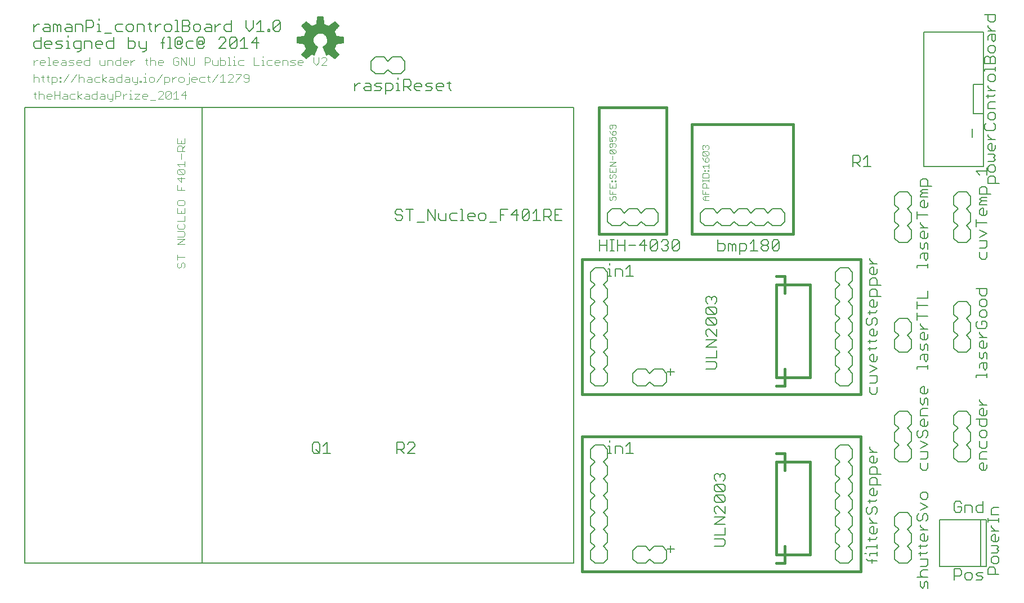
<source format=gto>
G75*
G70*
%OFA0B0*%
%FSLAX24Y24*%
%IPPOS*%
%LPD*%
%AMOC8*
5,1,8,0,0,1.08239X$1,22.5*
%
%ADD10C,0.0060*%
%ADD11C,0.0040*%
%ADD12C,0.0160*%
%ADD13C,0.0030*%
%ADD14C,0.0050*%
%ADD15C,0.0080*%
%ADD16C,0.0059*%
D10*
X018130Y008737D02*
X018237Y008630D01*
X018450Y008630D01*
X018557Y008737D01*
X018557Y009164D01*
X018450Y009271D01*
X018237Y009271D01*
X018130Y009164D01*
X018130Y008737D01*
X018344Y008844D02*
X018557Y008630D01*
X018775Y008630D02*
X019202Y008630D01*
X018988Y008630D02*
X018988Y009271D01*
X018775Y009057D01*
X023130Y008844D02*
X023450Y008844D01*
X023557Y008950D01*
X023557Y009164D01*
X023450Y009271D01*
X023130Y009271D01*
X023130Y008630D01*
X023344Y008844D02*
X023557Y008630D01*
X023775Y008630D02*
X024202Y009057D01*
X024202Y009164D01*
X024095Y009271D01*
X023881Y009271D01*
X023775Y009164D01*
X023775Y008630D02*
X024202Y008630D01*
X035630Y008630D02*
X035844Y008630D01*
X035737Y008630D02*
X035737Y009057D01*
X035630Y009057D01*
X035737Y009271D02*
X035737Y009377D01*
X036060Y009057D02*
X036380Y009057D01*
X036487Y008950D01*
X036487Y008630D01*
X036704Y008630D02*
X037131Y008630D01*
X036918Y008630D02*
X036918Y009271D01*
X036704Y009057D01*
X036060Y009057D02*
X036060Y008630D01*
X041929Y007318D02*
X041929Y007104D01*
X042036Y006997D01*
X042036Y006780D02*
X042463Y006353D01*
X042570Y006460D01*
X042570Y006673D01*
X042463Y006780D01*
X042036Y006780D01*
X041929Y006673D01*
X041929Y006460D01*
X042036Y006353D01*
X042463Y006353D01*
X042463Y006135D02*
X042570Y006028D01*
X042570Y005815D01*
X042463Y005708D01*
X042036Y006135D01*
X042463Y006135D01*
X042036Y006135D02*
X041929Y006028D01*
X041929Y005815D01*
X042036Y005708D01*
X042463Y005708D01*
X042570Y005491D02*
X042570Y005064D01*
X042143Y005491D01*
X042036Y005491D01*
X041929Y005384D01*
X041929Y005170D01*
X042036Y005064D01*
X041929Y004846D02*
X042570Y004846D01*
X041929Y004419D01*
X042570Y004419D01*
X042570Y004202D02*
X042570Y003775D01*
X041929Y003775D01*
X041929Y003557D02*
X042463Y003557D01*
X042570Y003450D01*
X042570Y003237D01*
X042463Y003130D01*
X041929Y003130D01*
X039557Y002950D02*
X039130Y002950D01*
X039344Y002737D02*
X039344Y003164D01*
X042463Y006997D02*
X042570Y007104D01*
X042570Y007318D01*
X042463Y007424D01*
X042356Y007424D01*
X042250Y007318D01*
X042250Y007211D01*
X042250Y007318D02*
X042143Y007424D01*
X042036Y007424D01*
X041929Y007318D01*
X050823Y002666D02*
X050929Y002666D01*
X051143Y002666D02*
X051570Y002666D01*
X051570Y002560D02*
X051570Y002773D01*
X051570Y002989D02*
X051570Y003203D01*
X051570Y003096D02*
X050929Y003096D01*
X050929Y002989D01*
X051143Y002666D02*
X051143Y002560D01*
X051250Y002344D02*
X051250Y002130D01*
X051036Y002237D02*
X050929Y002344D01*
X051036Y002237D02*
X051570Y002237D01*
X051143Y003419D02*
X051143Y003633D01*
X051036Y003526D02*
X051463Y003526D01*
X051570Y003633D01*
X051463Y003849D02*
X051570Y003956D01*
X051570Y004169D01*
X051356Y004276D02*
X051356Y003849D01*
X051250Y003849D02*
X051143Y003956D01*
X051143Y004169D01*
X051250Y004276D01*
X051356Y004276D01*
X051356Y004493D02*
X051143Y004707D01*
X051143Y004814D01*
X051143Y005030D02*
X051250Y005137D01*
X051250Y005351D01*
X051356Y005458D01*
X051463Y005458D01*
X051570Y005351D01*
X051570Y005137D01*
X051463Y005030D01*
X051143Y005030D02*
X051036Y005030D01*
X050929Y005137D01*
X050929Y005351D01*
X051036Y005458D01*
X051143Y005675D02*
X051143Y005889D01*
X051036Y005782D02*
X051463Y005782D01*
X051570Y005889D01*
X051463Y006105D02*
X051250Y006105D01*
X051143Y006211D01*
X051143Y006425D01*
X051250Y006532D01*
X051356Y006532D01*
X051356Y006105D01*
X051463Y006105D02*
X051570Y006211D01*
X051570Y006425D01*
X051570Y006749D02*
X051570Y007070D01*
X051463Y007176D01*
X051250Y007176D01*
X051143Y007070D01*
X051143Y006749D01*
X051784Y006749D01*
X051784Y007394D02*
X051143Y007394D01*
X051143Y007714D01*
X051250Y007821D01*
X051463Y007821D01*
X051570Y007714D01*
X051570Y007394D01*
X051463Y008038D02*
X051250Y008038D01*
X051143Y008145D01*
X051143Y008359D01*
X051250Y008465D01*
X051356Y008465D01*
X051356Y008038D01*
X051463Y008038D02*
X051570Y008145D01*
X051570Y008359D01*
X051570Y008683D02*
X051143Y008683D01*
X051356Y008683D02*
X051143Y008896D01*
X051143Y009003D01*
X053929Y009670D02*
X054036Y009564D01*
X054143Y009564D01*
X054250Y009670D01*
X054250Y009884D01*
X054356Y009991D01*
X054463Y009991D01*
X054570Y009884D01*
X054570Y009670D01*
X054463Y009564D01*
X054143Y009346D02*
X054570Y009133D01*
X054143Y008919D01*
X054143Y008702D02*
X054570Y008702D01*
X054570Y008381D01*
X054463Y008275D01*
X054143Y008275D01*
X054143Y008057D02*
X054143Y007737D01*
X054250Y007630D01*
X054463Y007630D01*
X054570Y007737D01*
X054570Y008057D01*
X053929Y009670D02*
X053929Y009884D01*
X054036Y009991D01*
X054250Y010208D02*
X054143Y010315D01*
X054143Y010528D01*
X054250Y010635D01*
X054356Y010635D01*
X054356Y010208D01*
X054250Y010208D02*
X054463Y010208D01*
X054570Y010315D01*
X054570Y010528D01*
X054570Y010853D02*
X054143Y010853D01*
X054143Y011173D01*
X054250Y011280D01*
X054570Y011280D01*
X054570Y011497D02*
X054570Y011818D01*
X054463Y011924D01*
X054356Y011818D01*
X054356Y011604D01*
X054250Y011497D01*
X054143Y011604D01*
X054143Y011924D01*
X054250Y012142D02*
X054143Y012249D01*
X054143Y012462D01*
X054250Y012569D01*
X054356Y012569D01*
X054356Y012142D01*
X054250Y012142D02*
X054463Y012142D01*
X054570Y012249D01*
X054570Y012462D01*
X054570Y013630D02*
X054570Y013844D01*
X054570Y013737D02*
X053929Y013737D01*
X053929Y013630D01*
X054143Y014166D02*
X054143Y014380D01*
X054250Y014487D01*
X054570Y014487D01*
X054570Y014166D01*
X054463Y014060D01*
X054356Y014166D01*
X054356Y014487D01*
X054250Y014704D02*
X054143Y014811D01*
X054143Y015131D01*
X054356Y015025D02*
X054356Y014811D01*
X054250Y014704D01*
X054570Y014704D02*
X054570Y015025D01*
X054463Y015131D01*
X054356Y015025D01*
X054356Y015349D02*
X054356Y015776D01*
X054250Y015776D01*
X054143Y015669D01*
X054143Y015456D01*
X054250Y015349D01*
X054463Y015349D01*
X054570Y015456D01*
X054570Y015669D01*
X054570Y015993D02*
X054143Y015993D01*
X054356Y015993D02*
X054143Y016207D01*
X054143Y016314D01*
X053929Y016530D02*
X053929Y016958D01*
X053929Y016744D02*
X054570Y016744D01*
X054570Y017389D02*
X053929Y017389D01*
X053929Y017602D02*
X053929Y017175D01*
X053929Y017820D02*
X054570Y017820D01*
X054570Y018247D01*
X054570Y019630D02*
X054570Y019844D01*
X054570Y019737D02*
X053929Y019737D01*
X053929Y019630D01*
X054143Y020166D02*
X054143Y020380D01*
X054250Y020487D01*
X054570Y020487D01*
X054570Y020166D01*
X054463Y020060D01*
X054356Y020166D01*
X054356Y020487D01*
X054250Y020704D02*
X054143Y020811D01*
X054143Y021131D01*
X054356Y021025D02*
X054356Y020811D01*
X054250Y020704D01*
X054570Y020704D02*
X054570Y021025D01*
X054463Y021131D01*
X054356Y021025D01*
X054356Y021349D02*
X054356Y021776D01*
X054250Y021776D01*
X054143Y021669D01*
X054143Y021456D01*
X054250Y021349D01*
X054463Y021349D01*
X054570Y021456D01*
X054570Y021669D01*
X054570Y021993D02*
X054143Y021993D01*
X054356Y021993D02*
X054143Y022207D01*
X054143Y022314D01*
X053929Y022530D02*
X053929Y022958D01*
X053929Y022744D02*
X054570Y022744D01*
X054463Y023175D02*
X054250Y023175D01*
X054143Y023282D01*
X054143Y023495D01*
X054250Y023602D01*
X054356Y023602D01*
X054356Y023175D01*
X054463Y023175D02*
X054570Y023282D01*
X054570Y023495D01*
X054570Y023820D02*
X054143Y023820D01*
X054143Y023926D01*
X054250Y024033D01*
X054143Y024140D01*
X054250Y024247D01*
X054570Y024247D01*
X054570Y024033D02*
X054250Y024033D01*
X054143Y024464D02*
X054143Y024784D01*
X054250Y024891D01*
X054463Y024891D01*
X054570Y024784D01*
X054570Y024464D01*
X054784Y024464D02*
X054143Y024464D01*
X051202Y025630D02*
X050775Y025630D01*
X050988Y025630D02*
X050988Y026271D01*
X050775Y026057D01*
X050557Y026164D02*
X050557Y025950D01*
X050450Y025844D01*
X050130Y025844D01*
X050344Y025844D02*
X050557Y025630D01*
X050130Y025630D02*
X050130Y026271D01*
X050450Y026271D01*
X050557Y026164D01*
X057429Y025344D02*
X057643Y025130D01*
X057429Y025344D02*
X058070Y025344D01*
X058143Y025381D02*
X058250Y025275D01*
X058463Y025275D01*
X058570Y025381D01*
X058570Y025595D01*
X058463Y025702D01*
X058250Y025702D01*
X058143Y025595D01*
X058143Y025381D01*
X058070Y025557D02*
X058070Y025130D01*
X058250Y025057D02*
X058463Y025057D01*
X058570Y024950D01*
X058570Y024630D01*
X058784Y024630D02*
X058143Y024630D01*
X058143Y024950D01*
X058250Y025057D01*
X057963Y024424D02*
X058070Y024318D01*
X058070Y023997D01*
X058284Y023997D02*
X057643Y023997D01*
X057643Y024318D01*
X057750Y024424D01*
X057963Y024424D01*
X058070Y023780D02*
X057750Y023780D01*
X057643Y023673D01*
X057750Y023566D01*
X058070Y023566D01*
X058070Y023353D02*
X057643Y023353D01*
X057643Y023460D01*
X057750Y023566D01*
X057750Y023135D02*
X057856Y023135D01*
X057856Y022708D01*
X057750Y022708D02*
X057643Y022815D01*
X057643Y023028D01*
X057750Y023135D01*
X058070Y023028D02*
X058070Y022815D01*
X057963Y022708D01*
X057750Y022708D01*
X057429Y022491D02*
X057429Y022064D01*
X057429Y022277D02*
X058070Y022277D01*
X057643Y021846D02*
X058070Y021633D01*
X057643Y021419D01*
X057643Y021202D02*
X058070Y021202D01*
X058070Y020881D01*
X057963Y020775D01*
X057643Y020775D01*
X057643Y020557D02*
X057643Y020237D01*
X057750Y020130D01*
X057963Y020130D01*
X058070Y020237D01*
X058070Y020557D01*
X058070Y018391D02*
X057429Y018391D01*
X057643Y018391D02*
X057643Y018071D01*
X057750Y017964D01*
X057963Y017964D01*
X058070Y018071D01*
X058070Y018391D01*
X057963Y017747D02*
X057750Y017747D01*
X057643Y017640D01*
X057643Y017426D01*
X057750Y017320D01*
X057963Y017320D01*
X058070Y017426D01*
X058070Y017640D01*
X057963Y017747D01*
X057963Y017102D02*
X057750Y017102D01*
X057643Y016995D01*
X057643Y016782D01*
X057750Y016675D01*
X057963Y016675D01*
X058070Y016782D01*
X058070Y016995D01*
X057963Y017102D01*
X057963Y016458D02*
X057750Y016458D01*
X057750Y016244D01*
X057963Y016458D02*
X058070Y016351D01*
X058070Y016137D01*
X057963Y016030D01*
X057536Y016030D01*
X057429Y016137D01*
X057429Y016351D01*
X057536Y016458D01*
X057643Y015814D02*
X057643Y015707D01*
X057856Y015493D01*
X057643Y015493D02*
X058070Y015493D01*
X057856Y015276D02*
X057856Y014849D01*
X057750Y014849D02*
X057643Y014956D01*
X057643Y015169D01*
X057750Y015276D01*
X057856Y015276D01*
X058070Y015169D02*
X058070Y014956D01*
X057963Y014849D01*
X057750Y014849D01*
X057643Y014631D02*
X057643Y014311D01*
X057750Y014204D01*
X057856Y014311D01*
X057856Y014525D01*
X057963Y014631D01*
X058070Y014525D01*
X058070Y014204D01*
X058070Y013987D02*
X058070Y013666D01*
X057963Y013560D01*
X057856Y013666D01*
X057856Y013987D01*
X057750Y013987D02*
X058070Y013987D01*
X057750Y013987D02*
X057643Y013880D01*
X057643Y013666D01*
X057429Y013237D02*
X058070Y013237D01*
X058070Y013130D02*
X058070Y013344D01*
X057429Y013237D02*
X057429Y013130D01*
X057643Y011818D02*
X057643Y011711D01*
X057856Y011497D01*
X057643Y011497D02*
X058070Y011497D01*
X057856Y011280D02*
X057856Y010853D01*
X057750Y010853D02*
X057643Y010960D01*
X057643Y011173D01*
X057750Y011280D01*
X057856Y011280D01*
X058070Y011173D02*
X058070Y010960D01*
X057963Y010853D01*
X057750Y010853D01*
X057643Y010635D02*
X057643Y010315D01*
X057750Y010208D01*
X057963Y010208D01*
X058070Y010315D01*
X058070Y010635D01*
X057429Y010635D01*
X057750Y009991D02*
X057643Y009884D01*
X057643Y009670D01*
X057750Y009564D01*
X057963Y009564D01*
X058070Y009670D01*
X058070Y009884D01*
X057963Y009991D01*
X057750Y009991D01*
X057643Y009346D02*
X057643Y009026D01*
X057750Y008919D01*
X057963Y008919D01*
X058070Y009026D01*
X058070Y009346D01*
X058070Y008702D02*
X057750Y008702D01*
X057643Y008595D01*
X057643Y008275D01*
X058070Y008275D01*
X057856Y008057D02*
X057856Y007630D01*
X057750Y007630D02*
X057643Y007737D01*
X057643Y007950D01*
X057750Y008057D01*
X057856Y008057D01*
X058070Y007950D02*
X058070Y007737D01*
X057963Y007630D01*
X057750Y007630D01*
X057846Y005771D02*
X057846Y005130D01*
X057526Y005130D01*
X057419Y005237D01*
X057419Y005450D01*
X057526Y005557D01*
X057846Y005557D01*
X058343Y005306D02*
X058450Y005412D01*
X058770Y005412D01*
X058770Y004985D02*
X058343Y004985D01*
X058343Y005306D01*
X058129Y004769D02*
X058129Y004556D01*
X058129Y004663D02*
X058770Y004663D01*
X058770Y004769D02*
X058770Y004556D01*
X058343Y004339D02*
X058343Y004232D01*
X058556Y004019D01*
X058343Y004019D02*
X058770Y004019D01*
X058556Y003801D02*
X058556Y003374D01*
X058450Y003374D02*
X058343Y003481D01*
X058343Y003694D01*
X058450Y003801D01*
X058556Y003801D01*
X058770Y003694D02*
X058770Y003481D01*
X058663Y003374D01*
X058450Y003374D01*
X058343Y003157D02*
X058663Y003157D01*
X058770Y003050D01*
X058663Y002943D01*
X058770Y002836D01*
X058663Y002730D01*
X058343Y002730D01*
X058450Y002512D02*
X058343Y002405D01*
X058343Y002192D01*
X058450Y002085D01*
X058663Y002085D01*
X058770Y002192D01*
X058770Y002405D01*
X058663Y002512D01*
X058450Y002512D01*
X058450Y001867D02*
X058556Y001761D01*
X058556Y001440D01*
X058770Y001440D02*
X058129Y001440D01*
X058129Y001761D01*
X058236Y001867D01*
X058450Y001867D01*
X057846Y001557D02*
X057526Y001557D01*
X057419Y001450D01*
X057526Y001344D01*
X057739Y001344D01*
X057846Y001237D01*
X057739Y001130D01*
X057419Y001130D01*
X057202Y001237D02*
X057202Y001450D01*
X057095Y001557D01*
X056881Y001557D01*
X056775Y001450D01*
X056775Y001237D01*
X056881Y001130D01*
X057095Y001130D01*
X057202Y001237D01*
X056557Y001450D02*
X056450Y001344D01*
X056130Y001344D01*
X056130Y001130D02*
X056130Y001771D01*
X056450Y001771D01*
X056557Y001664D01*
X056557Y001450D01*
X054570Y001275D02*
X053929Y001275D01*
X054143Y001381D02*
X054143Y001595D01*
X054250Y001702D01*
X054570Y001702D01*
X054463Y001919D02*
X054143Y001919D01*
X054463Y001919D02*
X054570Y002026D01*
X054570Y002346D01*
X054143Y002346D01*
X054143Y002564D02*
X054143Y002777D01*
X054036Y002670D02*
X054463Y002670D01*
X054570Y002777D01*
X054463Y003100D02*
X054036Y003100D01*
X054143Y002993D02*
X054143Y003207D01*
X054250Y003423D02*
X054143Y003530D01*
X054143Y003743D01*
X054250Y003850D01*
X054356Y003850D01*
X054356Y003423D01*
X054250Y003423D02*
X054463Y003423D01*
X054570Y003530D01*
X054570Y003743D01*
X054570Y004068D02*
X054143Y004068D01*
X054356Y004068D02*
X054143Y004281D01*
X054143Y004388D01*
X054143Y004605D02*
X054250Y004711D01*
X054250Y004925D01*
X054356Y005032D01*
X054463Y005032D01*
X054570Y004925D01*
X054570Y004711D01*
X054463Y004605D01*
X054143Y004605D02*
X054036Y004605D01*
X053929Y004711D01*
X053929Y004925D01*
X054036Y005032D01*
X054143Y005249D02*
X054570Y005463D01*
X054143Y005676D01*
X054250Y005894D02*
X054463Y005894D01*
X054570Y006001D01*
X054570Y006214D01*
X054463Y006321D01*
X054250Y006321D01*
X054143Y006214D01*
X054143Y006001D01*
X054250Y005894D01*
X056130Y005664D02*
X056130Y005237D01*
X056237Y005130D01*
X056450Y005130D01*
X056557Y005237D01*
X056557Y005450D01*
X056344Y005450D01*
X056557Y005664D02*
X056450Y005771D01*
X056237Y005771D01*
X056130Y005664D01*
X056775Y005557D02*
X056775Y005130D01*
X057202Y005130D02*
X057202Y005450D01*
X057095Y005557D01*
X056775Y005557D01*
X054570Y003207D02*
X054463Y003100D01*
X054143Y001381D02*
X054250Y001275D01*
X054143Y001057D02*
X054143Y000737D01*
X054250Y000630D01*
X054356Y000737D01*
X054356Y000950D01*
X054463Y001057D01*
X054570Y000950D01*
X054570Y000630D01*
X051463Y003849D02*
X051250Y003849D01*
X051143Y004493D02*
X051570Y004493D01*
X051463Y012130D02*
X051570Y012237D01*
X051570Y012557D01*
X051463Y012775D02*
X051570Y012881D01*
X051570Y013202D01*
X051143Y013202D01*
X051143Y013419D02*
X051570Y013633D01*
X051143Y013846D01*
X051250Y014064D02*
X051143Y014170D01*
X051143Y014384D01*
X051250Y014491D01*
X051356Y014491D01*
X051356Y014064D01*
X051250Y014064D02*
X051463Y014064D01*
X051570Y014170D01*
X051570Y014384D01*
X051463Y014815D02*
X051570Y014922D01*
X051463Y014815D02*
X051036Y014815D01*
X051143Y014708D02*
X051143Y014922D01*
X051143Y015138D02*
X051143Y015351D01*
X051036Y015245D02*
X051463Y015245D01*
X051570Y015351D01*
X051463Y015568D02*
X051570Y015674D01*
X051570Y015888D01*
X051356Y015995D02*
X051356Y015568D01*
X051250Y015568D02*
X051143Y015674D01*
X051143Y015888D01*
X051250Y015995D01*
X051356Y015995D01*
X051463Y016212D02*
X051570Y016319D01*
X051570Y016532D01*
X051463Y016639D01*
X051356Y016639D01*
X051250Y016532D01*
X051250Y016319D01*
X051143Y016212D01*
X051036Y016212D01*
X050929Y016319D01*
X050929Y016532D01*
X051036Y016639D01*
X051143Y016857D02*
X051143Y017070D01*
X051036Y016963D02*
X051463Y016963D01*
X051570Y017070D01*
X051463Y017286D02*
X051250Y017286D01*
X051143Y017393D01*
X051143Y017607D01*
X051250Y017713D01*
X051356Y017713D01*
X051356Y017286D01*
X051463Y017286D02*
X051570Y017393D01*
X051570Y017607D01*
X051570Y017931D02*
X051570Y018251D01*
X051463Y018358D01*
X051250Y018358D01*
X051143Y018251D01*
X051143Y017931D01*
X051784Y017931D01*
X051784Y018575D02*
X051143Y018575D01*
X051143Y018896D01*
X051250Y019003D01*
X051463Y019003D01*
X051570Y018896D01*
X051570Y018575D01*
X051463Y019220D02*
X051250Y019220D01*
X051143Y019327D01*
X051143Y019540D01*
X051250Y019647D01*
X051356Y019647D01*
X051356Y019220D01*
X051463Y019220D02*
X051570Y019327D01*
X051570Y019540D01*
X051570Y019865D02*
X051143Y019865D01*
X051356Y019865D02*
X051143Y020078D01*
X051143Y020185D01*
X045780Y020737D02*
X045673Y020630D01*
X045460Y020630D01*
X045353Y020737D01*
X045780Y021164D01*
X045780Y020737D01*
X045780Y021164D02*
X045673Y021271D01*
X045460Y021271D01*
X045353Y021164D01*
X045353Y020737D01*
X045135Y020737D02*
X045028Y020630D01*
X044815Y020630D01*
X044708Y020737D01*
X044708Y020844D01*
X044815Y020950D01*
X045028Y020950D01*
X045135Y020844D01*
X045135Y020737D01*
X045028Y020950D02*
X045135Y021057D01*
X045135Y021164D01*
X045028Y021271D01*
X044815Y021271D01*
X044708Y021164D01*
X044708Y021057D01*
X044815Y020950D01*
X044491Y020630D02*
X044064Y020630D01*
X044277Y020630D02*
X044277Y021271D01*
X044064Y021057D01*
X043846Y020950D02*
X043846Y020737D01*
X043739Y020630D01*
X043419Y020630D01*
X043419Y020416D02*
X043419Y021057D01*
X043739Y021057D01*
X043846Y020950D01*
X043202Y020950D02*
X043202Y020630D01*
X042988Y020630D02*
X042988Y020950D01*
X043095Y021057D01*
X043202Y020950D01*
X042988Y020950D02*
X042881Y021057D01*
X042775Y021057D01*
X042775Y020630D01*
X042557Y020737D02*
X042557Y020950D01*
X042450Y021057D01*
X042130Y021057D01*
X042130Y021271D02*
X042130Y020630D01*
X042450Y020630D01*
X042557Y020737D01*
X039854Y020737D02*
X039747Y020630D01*
X039534Y020630D01*
X039427Y020737D01*
X039854Y021164D01*
X039854Y020737D01*
X039854Y021164D02*
X039747Y021271D01*
X039534Y021271D01*
X039427Y021164D01*
X039427Y020737D01*
X039209Y020737D02*
X039103Y020630D01*
X038889Y020630D01*
X038782Y020737D01*
X038565Y020737D02*
X038458Y020630D01*
X038245Y020630D01*
X038138Y020737D01*
X038565Y021164D01*
X038565Y020737D01*
X038565Y021164D02*
X038458Y021271D01*
X038245Y021271D01*
X038138Y021164D01*
X038138Y020737D01*
X037920Y020950D02*
X037493Y020950D01*
X037814Y021271D01*
X037814Y020630D01*
X037276Y020950D02*
X036849Y020950D01*
X036631Y020950D02*
X036204Y020950D01*
X036204Y020630D02*
X036204Y021271D01*
X035988Y021271D02*
X035775Y021271D01*
X035881Y021271D02*
X035881Y020630D01*
X035775Y020630D02*
X035988Y020630D01*
X035557Y020630D02*
X035557Y021271D01*
X035557Y020950D02*
X035130Y020950D01*
X035130Y020630D02*
X035130Y021271D01*
X036631Y021271D02*
X036631Y020630D01*
X036918Y019771D02*
X036918Y019130D01*
X037131Y019130D02*
X036704Y019130D01*
X036487Y019130D02*
X036487Y019450D01*
X036380Y019557D01*
X036060Y019557D01*
X036060Y019130D01*
X035844Y019130D02*
X035630Y019130D01*
X035737Y019130D02*
X035737Y019557D01*
X035630Y019557D01*
X035737Y019771D02*
X035737Y019877D01*
X036704Y019557D02*
X036918Y019771D01*
X038996Y020950D02*
X039103Y020950D01*
X039209Y020844D01*
X039209Y020737D01*
X039103Y020950D02*
X039209Y021057D01*
X039209Y021164D01*
X039103Y021271D01*
X038889Y021271D01*
X038782Y021164D01*
X041536Y017924D02*
X041429Y017818D01*
X041429Y017604D01*
X041536Y017497D01*
X041536Y017280D02*
X041429Y017173D01*
X041429Y016960D01*
X041536Y016853D01*
X041963Y016853D01*
X041536Y017280D01*
X041963Y017280D01*
X042070Y017173D01*
X042070Y016960D01*
X041963Y016853D01*
X041963Y016635D02*
X042070Y016528D01*
X042070Y016315D01*
X041963Y016208D01*
X041536Y016635D01*
X041963Y016635D01*
X041536Y016635D02*
X041429Y016528D01*
X041429Y016315D01*
X041536Y016208D01*
X041963Y016208D01*
X042070Y015991D02*
X042070Y015564D01*
X041643Y015991D01*
X041536Y015991D01*
X041429Y015884D01*
X041429Y015670D01*
X041536Y015564D01*
X041429Y015346D02*
X042070Y015346D01*
X041429Y014919D01*
X042070Y014919D01*
X042070Y014702D02*
X042070Y014275D01*
X041429Y014275D01*
X041429Y014057D02*
X041963Y014057D01*
X042070Y013950D01*
X042070Y013737D01*
X041963Y013630D01*
X041429Y013630D01*
X039557Y013450D02*
X039130Y013450D01*
X039344Y013237D02*
X039344Y013664D01*
X041963Y017497D02*
X042070Y017604D01*
X042070Y017818D01*
X041963Y017924D01*
X041856Y017924D01*
X041750Y017818D01*
X041750Y017711D01*
X041750Y017818D02*
X041643Y017924D01*
X041536Y017924D01*
X032912Y022430D02*
X032485Y022430D01*
X032485Y023071D01*
X032912Y023071D01*
X032699Y022750D02*
X032485Y022750D01*
X032268Y022750D02*
X032161Y022644D01*
X031841Y022644D01*
X032054Y022644D02*
X032268Y022430D01*
X032268Y022750D02*
X032268Y022964D01*
X032161Y023071D01*
X031841Y023071D01*
X031841Y022430D01*
X031623Y022430D02*
X031196Y022430D01*
X031410Y022430D02*
X031410Y023071D01*
X031196Y022857D01*
X030979Y022964D02*
X030552Y022537D01*
X030659Y022430D01*
X030872Y022430D01*
X030979Y022537D01*
X030979Y022964D01*
X030872Y023071D01*
X030659Y023071D01*
X030552Y022964D01*
X030552Y022537D01*
X030334Y022750D02*
X029907Y022750D01*
X030228Y023071D01*
X030228Y022430D01*
X029690Y023071D02*
X029263Y023071D01*
X029263Y022430D01*
X029045Y022323D02*
X028618Y022323D01*
X028401Y022537D02*
X028401Y022750D01*
X028294Y022857D01*
X028080Y022857D01*
X027974Y022750D01*
X027974Y022537D01*
X028080Y022430D01*
X028294Y022430D01*
X028401Y022537D01*
X027756Y022644D02*
X027329Y022644D01*
X027329Y022750D02*
X027436Y022857D01*
X027649Y022857D01*
X027756Y022750D01*
X027756Y022644D01*
X027649Y022430D02*
X027436Y022430D01*
X027329Y022537D01*
X027329Y022750D01*
X027113Y022430D02*
X026899Y022430D01*
X027006Y022430D02*
X027006Y023071D01*
X026899Y023071D01*
X026682Y022857D02*
X026362Y022857D01*
X026255Y022750D01*
X026255Y022537D01*
X026362Y022430D01*
X026682Y022430D01*
X026037Y022430D02*
X026037Y022857D01*
X025610Y022857D02*
X025610Y022537D01*
X025717Y022430D01*
X026037Y022430D01*
X025393Y022430D02*
X025393Y023071D01*
X024966Y023071D02*
X025393Y022430D01*
X024966Y022430D02*
X024966Y023071D01*
X024748Y022323D02*
X024321Y022323D01*
X023890Y022430D02*
X023890Y023071D01*
X023677Y023071D02*
X024104Y023071D01*
X023459Y022964D02*
X023352Y023071D01*
X023139Y023071D01*
X023032Y022964D01*
X023032Y022857D01*
X023139Y022750D01*
X023352Y022750D01*
X023459Y022644D01*
X023459Y022537D01*
X023352Y022430D01*
X023139Y022430D01*
X023032Y022537D01*
X029263Y022750D02*
X029476Y022750D01*
X026322Y030130D02*
X026215Y030237D01*
X026215Y030664D01*
X026109Y030557D02*
X026322Y030557D01*
X025891Y030450D02*
X025891Y030344D01*
X025464Y030344D01*
X025464Y030450D02*
X025571Y030557D01*
X025784Y030557D01*
X025891Y030450D01*
X025784Y030130D02*
X025571Y030130D01*
X025464Y030237D01*
X025464Y030450D01*
X025247Y030557D02*
X024926Y030557D01*
X024820Y030450D01*
X024926Y030344D01*
X025140Y030344D01*
X025247Y030237D01*
X025140Y030130D01*
X024820Y030130D01*
X024602Y030344D02*
X024175Y030344D01*
X024175Y030450D02*
X024282Y030557D01*
X024495Y030557D01*
X024602Y030450D01*
X024602Y030344D01*
X024495Y030130D02*
X024282Y030130D01*
X024175Y030237D01*
X024175Y030450D01*
X023958Y030450D02*
X023851Y030344D01*
X023530Y030344D01*
X023744Y030344D02*
X023958Y030130D01*
X023958Y030450D02*
X023958Y030664D01*
X023851Y030771D01*
X023530Y030771D01*
X023530Y030130D01*
X023314Y030130D02*
X023101Y030130D01*
X023208Y030130D02*
X023208Y030557D01*
X023101Y030557D01*
X023208Y030771D02*
X023208Y030877D01*
X022883Y030450D02*
X022883Y030237D01*
X022776Y030130D01*
X022456Y030130D01*
X022456Y029916D02*
X022456Y030557D01*
X022776Y030557D01*
X022883Y030450D01*
X022239Y030557D02*
X021918Y030557D01*
X021812Y030450D01*
X021918Y030344D01*
X022132Y030344D01*
X022239Y030237D01*
X022132Y030130D01*
X021812Y030130D01*
X021594Y030130D02*
X021274Y030130D01*
X021167Y030237D01*
X021274Y030344D01*
X021594Y030344D01*
X021594Y030450D02*
X021594Y030130D01*
X021594Y030450D02*
X021487Y030557D01*
X021274Y030557D01*
X020950Y030557D02*
X020844Y030557D01*
X020630Y030344D01*
X020630Y030557D02*
X020630Y030130D01*
X014841Y032630D02*
X014841Y033271D01*
X014521Y032950D01*
X014948Y032950D01*
X014303Y032630D02*
X013876Y032630D01*
X014090Y032630D02*
X014090Y033271D01*
X013876Y033057D01*
X013659Y033164D02*
X013659Y032737D01*
X013552Y032630D01*
X013339Y032630D01*
X013232Y032737D01*
X013659Y033164D01*
X013552Y033271D01*
X013339Y033271D01*
X013232Y033164D01*
X013232Y032737D01*
X013014Y032630D02*
X012587Y032630D01*
X013014Y033057D01*
X013014Y033164D01*
X012908Y033271D01*
X012694Y033271D01*
X012587Y033164D01*
X012372Y033630D02*
X012372Y034057D01*
X012372Y033844D02*
X012586Y034057D01*
X012693Y034057D01*
X012910Y033950D02*
X013016Y034057D01*
X013337Y034057D01*
X013337Y034271D02*
X013337Y033630D01*
X013016Y033630D01*
X012910Y033737D01*
X012910Y033950D01*
X012155Y033950D02*
X012155Y033630D01*
X011835Y033630D01*
X011728Y033737D01*
X011835Y033844D01*
X012155Y033844D01*
X012155Y033950D02*
X012048Y034057D01*
X011835Y034057D01*
X011510Y033950D02*
X011404Y034057D01*
X011190Y034057D01*
X011083Y033950D01*
X011083Y033737D01*
X011190Y033630D01*
X011404Y033630D01*
X011510Y033737D01*
X011510Y033950D01*
X010866Y033844D02*
X010866Y033737D01*
X010759Y033630D01*
X010439Y033630D01*
X010439Y034271D01*
X010759Y034271D01*
X010866Y034164D01*
X010866Y034057D01*
X010759Y033950D01*
X010439Y033950D01*
X010759Y033950D02*
X010866Y033844D01*
X010223Y033630D02*
X010009Y033630D01*
X010116Y033630D02*
X010116Y034271D01*
X010009Y034271D01*
X009792Y033950D02*
X009685Y034057D01*
X009471Y034057D01*
X009365Y033950D01*
X009365Y033737D01*
X009471Y033630D01*
X009685Y033630D01*
X009792Y033737D01*
X009792Y033950D01*
X009148Y034057D02*
X009041Y034057D01*
X008827Y033844D01*
X008827Y034057D02*
X008827Y033630D01*
X008611Y033630D02*
X008505Y033737D01*
X008505Y034164D01*
X008611Y034057D02*
X008398Y034057D01*
X008180Y033950D02*
X008180Y033630D01*
X008180Y033950D02*
X008073Y034057D01*
X007753Y034057D01*
X007753Y033630D01*
X007536Y033737D02*
X007536Y033950D01*
X007429Y034057D01*
X007215Y034057D01*
X007109Y033950D01*
X007109Y033737D01*
X007215Y033630D01*
X007429Y033630D01*
X007536Y033737D01*
X007216Y033271D02*
X007216Y032630D01*
X007536Y032630D01*
X007643Y032737D01*
X007643Y032950D01*
X007536Y033057D01*
X007216Y033057D01*
X007861Y033057D02*
X007861Y032737D01*
X007967Y032630D01*
X008288Y032630D01*
X008288Y032523D02*
X008181Y032416D01*
X008074Y032416D01*
X008288Y032523D02*
X008288Y033057D01*
X009150Y032950D02*
X009363Y032950D01*
X009257Y033164D02*
X009257Y032630D01*
X009579Y032630D02*
X009793Y032630D01*
X009686Y032630D02*
X009686Y033271D01*
X009579Y033271D01*
X009363Y033271D02*
X009257Y033164D01*
X010009Y033164D02*
X010009Y032737D01*
X010116Y032630D01*
X010329Y032630D01*
X010436Y032737D01*
X010329Y032844D02*
X010329Y033057D01*
X010116Y033057D01*
X010116Y032844D01*
X010329Y032844D01*
X010436Y032950D01*
X010436Y033164D01*
X010329Y033271D01*
X010116Y033271D01*
X010009Y033164D01*
X010654Y032950D02*
X010654Y032737D01*
X010760Y032630D01*
X011081Y032630D01*
X011298Y032737D02*
X011298Y033164D01*
X011405Y033271D01*
X011619Y033271D01*
X011725Y033164D01*
X011725Y032950D01*
X011619Y032844D01*
X011619Y033057D01*
X011405Y033057D01*
X011405Y032844D01*
X011619Y032844D01*
X011725Y032737D02*
X011619Y032630D01*
X011405Y032630D01*
X011298Y032737D01*
X011081Y033057D02*
X010760Y033057D01*
X010654Y032950D01*
X014199Y033844D02*
X014412Y033630D01*
X014626Y033844D01*
X014626Y034271D01*
X014843Y034057D02*
X015057Y034271D01*
X015057Y033630D01*
X015270Y033630D02*
X014843Y033630D01*
X015488Y033630D02*
X015595Y033630D01*
X015595Y033737D01*
X015488Y033737D01*
X015488Y033630D01*
X015810Y033737D02*
X016237Y034164D01*
X016237Y033737D01*
X016130Y033630D01*
X015917Y033630D01*
X015810Y033737D01*
X015810Y034164D01*
X015917Y034271D01*
X016130Y034271D01*
X016237Y034164D01*
X014199Y034271D02*
X014199Y033844D01*
X006891Y034057D02*
X006571Y034057D01*
X006464Y033950D01*
X006464Y033737D01*
X006571Y033630D01*
X006891Y033630D01*
X006354Y033271D02*
X006354Y032630D01*
X006034Y032630D01*
X005927Y032737D01*
X005927Y032950D01*
X006034Y033057D01*
X006354Y033057D01*
X005709Y032950D02*
X005709Y032844D01*
X005282Y032844D01*
X005282Y032950D02*
X005389Y033057D01*
X005603Y033057D01*
X005709Y032950D01*
X005603Y032630D02*
X005389Y032630D01*
X005282Y032737D01*
X005282Y032950D01*
X005065Y032950D02*
X005065Y032630D01*
X005065Y032950D02*
X004958Y033057D01*
X004638Y033057D01*
X004638Y032630D01*
X004420Y032630D02*
X004100Y032630D01*
X003993Y032737D01*
X003993Y032950D01*
X004100Y033057D01*
X004420Y033057D01*
X004420Y032523D01*
X004314Y032416D01*
X004207Y032416D01*
X003777Y032630D02*
X003564Y032630D01*
X003670Y032630D02*
X003670Y033057D01*
X003564Y033057D01*
X003346Y033057D02*
X003026Y033057D01*
X002919Y032950D01*
X003026Y032844D01*
X003239Y032844D01*
X003346Y032737D01*
X003239Y032630D01*
X002919Y032630D01*
X002702Y032844D02*
X002275Y032844D01*
X002275Y032950D02*
X002381Y033057D01*
X002595Y033057D01*
X002702Y032950D01*
X002702Y032844D01*
X002595Y032630D02*
X002381Y032630D01*
X002275Y032737D01*
X002275Y032950D01*
X002057Y033057D02*
X001737Y033057D01*
X001630Y032950D01*
X001630Y032737D01*
X001737Y032630D01*
X002057Y032630D01*
X002057Y033271D01*
X002274Y033630D02*
X002167Y033737D01*
X002274Y033844D01*
X002594Y033844D01*
X002594Y033950D02*
X002594Y033630D01*
X002274Y033630D01*
X002274Y034057D02*
X002487Y034057D01*
X002594Y033950D01*
X002812Y034057D02*
X002918Y034057D01*
X003025Y033950D01*
X003132Y034057D01*
X003239Y033950D01*
X003239Y033630D01*
X003025Y033630D02*
X003025Y033950D01*
X002812Y034057D02*
X002812Y033630D01*
X003456Y033737D02*
X003563Y033844D01*
X003883Y033844D01*
X003883Y033950D02*
X003883Y033630D01*
X003563Y033630D01*
X003456Y033737D01*
X003563Y034057D02*
X003776Y034057D01*
X003883Y033950D01*
X004101Y034057D02*
X004421Y034057D01*
X004528Y033950D01*
X004528Y033630D01*
X004745Y033630D02*
X004745Y034271D01*
X005066Y034271D01*
X005172Y034164D01*
X005172Y033950D01*
X005066Y033844D01*
X004745Y033844D01*
X005390Y034057D02*
X005497Y034057D01*
X005497Y033630D01*
X005603Y033630D02*
X005390Y033630D01*
X005820Y033523D02*
X006247Y033523D01*
X005497Y034271D02*
X005497Y034377D01*
X004101Y034057D02*
X004101Y033630D01*
X003670Y033377D02*
X003670Y033271D01*
X001950Y034057D02*
X001844Y034057D01*
X001630Y033844D01*
X001630Y034057D02*
X001630Y033630D01*
X051250Y015568D02*
X051463Y015568D01*
X051463Y012775D02*
X051143Y012775D01*
X051143Y012557D02*
X051143Y012237D01*
X051250Y012130D01*
X051463Y012130D01*
X058143Y025919D02*
X058463Y025919D01*
X058570Y026026D01*
X058463Y026133D01*
X058570Y026239D01*
X058463Y026346D01*
X058143Y026346D01*
X058250Y026564D02*
X058143Y026670D01*
X058143Y026884D01*
X058250Y026991D01*
X058356Y026991D01*
X058356Y026564D01*
X058250Y026564D02*
X058463Y026564D01*
X058570Y026670D01*
X058570Y026884D01*
X058570Y027208D02*
X058143Y027208D01*
X058356Y027208D02*
X058143Y027422D01*
X058143Y027528D01*
X058036Y027745D02*
X057929Y027852D01*
X057929Y028066D01*
X058036Y028172D01*
X058250Y028390D02*
X058463Y028390D01*
X058570Y028497D01*
X058570Y028710D01*
X058463Y028817D01*
X058250Y028817D01*
X058143Y028710D01*
X058143Y028497D01*
X058250Y028390D01*
X058463Y028172D02*
X058570Y028066D01*
X058570Y027852D01*
X058463Y027745D01*
X058036Y027745D01*
X058143Y029034D02*
X058143Y029355D01*
X058250Y029461D01*
X058570Y029461D01*
X058463Y029786D02*
X058570Y029892D01*
X058463Y029786D02*
X058036Y029786D01*
X058143Y029892D02*
X058143Y029679D01*
X058143Y030109D02*
X058570Y030109D01*
X058356Y030109D02*
X058143Y030322D01*
X058143Y030429D01*
X058250Y030646D02*
X058463Y030646D01*
X058570Y030753D01*
X058570Y030966D01*
X058463Y031073D01*
X058250Y031073D01*
X058143Y030966D01*
X058143Y030753D01*
X058250Y030646D01*
X058570Y031290D02*
X058570Y031504D01*
X058570Y031397D02*
X057929Y031397D01*
X057929Y031290D01*
X057929Y031720D02*
X057929Y032040D01*
X058036Y032147D01*
X058143Y032147D01*
X058250Y032040D01*
X058250Y031720D01*
X058570Y031720D02*
X058570Y032040D01*
X058463Y032147D01*
X058356Y032147D01*
X058250Y032040D01*
X058250Y032365D02*
X058463Y032365D01*
X058570Y032471D01*
X058570Y032685D01*
X058463Y032792D01*
X058250Y032792D01*
X058143Y032685D01*
X058143Y032471D01*
X058250Y032365D01*
X058570Y031720D02*
X057929Y031720D01*
X058463Y033009D02*
X058356Y033116D01*
X058356Y033436D01*
X058250Y033436D02*
X058570Y033436D01*
X058570Y033116D01*
X058463Y033009D01*
X058143Y033116D02*
X058143Y033329D01*
X058250Y033436D01*
X058356Y033654D02*
X058143Y033867D01*
X058143Y033974D01*
X058250Y034191D02*
X058143Y034298D01*
X058143Y034618D01*
X057929Y034618D02*
X058570Y034618D01*
X058570Y034298D01*
X058463Y034191D01*
X058250Y034191D01*
X058143Y033654D02*
X058570Y033654D01*
X058570Y029034D02*
X058143Y029034D01*
D11*
X018961Y031620D02*
X018655Y031620D01*
X018961Y031927D01*
X018961Y032004D01*
X018885Y032080D01*
X018731Y032080D01*
X018655Y032004D01*
X018501Y032080D02*
X018501Y031773D01*
X018348Y031620D01*
X018194Y031773D01*
X018194Y032080D01*
X017580Y031850D02*
X017580Y031773D01*
X017273Y031773D01*
X017273Y031697D02*
X017273Y031850D01*
X017350Y031927D01*
X017504Y031927D01*
X017580Y031850D01*
X017504Y031620D02*
X017350Y031620D01*
X017273Y031697D01*
X017120Y031697D02*
X017043Y031620D01*
X016813Y031620D01*
X016659Y031620D02*
X016659Y031850D01*
X016583Y031927D01*
X016353Y031927D01*
X016353Y031620D01*
X016199Y031773D02*
X015892Y031773D01*
X015892Y031697D02*
X015892Y031850D01*
X015969Y031927D01*
X016122Y031927D01*
X016199Y031850D01*
X016199Y031773D01*
X016122Y031620D02*
X015969Y031620D01*
X015892Y031697D01*
X015739Y031620D02*
X015509Y031620D01*
X015432Y031697D01*
X015432Y031850D01*
X015509Y031927D01*
X015739Y031927D01*
X015202Y031927D02*
X015202Y031620D01*
X015278Y031620D02*
X015125Y031620D01*
X014971Y031620D02*
X014664Y031620D01*
X014664Y032080D01*
X015125Y031927D02*
X015202Y031927D01*
X015202Y032080D02*
X015202Y032157D01*
X014051Y031927D02*
X013820Y031927D01*
X013744Y031850D01*
X013744Y031697D01*
X013820Y031620D01*
X014051Y031620D01*
X013590Y031620D02*
X013437Y031620D01*
X013513Y031620D02*
X013513Y031927D01*
X013437Y031927D01*
X013513Y032080D02*
X013513Y032157D01*
X013207Y032080D02*
X013207Y031620D01*
X013283Y031620D02*
X013130Y031620D01*
X012976Y031697D02*
X012976Y031850D01*
X012900Y031927D01*
X012669Y031927D01*
X012516Y031927D02*
X012516Y031620D01*
X012286Y031620D01*
X012209Y031697D01*
X012209Y031927D01*
X012056Y032004D02*
X012056Y031850D01*
X011979Y031773D01*
X011749Y031773D01*
X011749Y031620D02*
X011749Y032080D01*
X011979Y032080D01*
X012056Y032004D01*
X012669Y032080D02*
X012669Y031620D01*
X012900Y031620D01*
X012976Y031697D01*
X013130Y032080D02*
X013207Y032080D01*
X013207Y031080D02*
X013130Y031004D01*
X013207Y031080D02*
X013360Y031080D01*
X013437Y031004D01*
X013437Y030927D01*
X013130Y030620D01*
X013437Y030620D01*
X013590Y030620D02*
X013590Y030697D01*
X013897Y031004D01*
X013897Y031080D01*
X013590Y031080D01*
X014051Y031004D02*
X014051Y030927D01*
X014127Y030850D01*
X014358Y030850D01*
X014358Y030697D02*
X014358Y031004D01*
X014281Y031080D01*
X014127Y031080D01*
X014051Y031004D01*
X014051Y030697D02*
X014127Y030620D01*
X014281Y030620D01*
X014358Y030697D01*
X012976Y030620D02*
X012669Y030620D01*
X012823Y030620D02*
X012823Y031080D01*
X012669Y030927D01*
X012516Y031080D02*
X012209Y030620D01*
X012056Y030620D02*
X011979Y030697D01*
X011979Y031004D01*
X011902Y030927D02*
X012056Y030927D01*
X011749Y030927D02*
X011518Y030927D01*
X011442Y030850D01*
X011442Y030697D01*
X011518Y030620D01*
X011749Y030620D01*
X011288Y030773D02*
X010981Y030773D01*
X010981Y030697D02*
X010981Y030850D01*
X011058Y030927D01*
X011212Y030927D01*
X011288Y030850D01*
X011288Y030773D01*
X011212Y030620D02*
X011058Y030620D01*
X010981Y030697D01*
X010828Y030543D02*
X010828Y030927D01*
X010828Y031080D02*
X010828Y031157D01*
X010521Y030850D02*
X010444Y030927D01*
X010291Y030927D01*
X010214Y030850D01*
X010214Y030697D01*
X010291Y030620D01*
X010444Y030620D01*
X010521Y030697D01*
X010521Y030850D01*
X010674Y030467D02*
X010751Y030467D01*
X010828Y030543D01*
X010598Y030080D02*
X010367Y029850D01*
X010674Y029850D01*
X010598Y029620D02*
X010598Y030080D01*
X010061Y030080D02*
X010061Y029620D01*
X010214Y029620D02*
X009907Y029620D01*
X009754Y029697D02*
X009677Y029620D01*
X009523Y029620D01*
X009447Y029697D01*
X009754Y030004D01*
X009754Y029697D01*
X009907Y029927D02*
X010061Y030080D01*
X009754Y030004D02*
X009677Y030080D01*
X009523Y030080D01*
X009447Y030004D01*
X009447Y029697D01*
X009293Y029620D02*
X008986Y029620D01*
X009293Y029927D01*
X009293Y030004D01*
X009216Y030080D01*
X009063Y030080D01*
X008986Y030004D01*
X008833Y029543D02*
X008526Y029543D01*
X008296Y029620D02*
X008142Y029620D01*
X008065Y029697D01*
X008065Y029850D01*
X008142Y029927D01*
X008296Y029927D01*
X008372Y029850D01*
X008372Y029773D01*
X008065Y029773D01*
X007912Y029620D02*
X007605Y029620D01*
X007912Y029927D01*
X007605Y029927D01*
X007375Y029927D02*
X007375Y029620D01*
X007298Y029620D02*
X007452Y029620D01*
X007375Y029927D02*
X007298Y029927D01*
X007145Y029927D02*
X007068Y029927D01*
X006915Y029773D01*
X006915Y029620D02*
X006915Y029927D01*
X006761Y030004D02*
X006761Y029850D01*
X006684Y029773D01*
X006454Y029773D01*
X006454Y029620D02*
X006454Y030080D01*
X006684Y030080D01*
X006761Y030004D01*
X006301Y029927D02*
X006301Y029543D01*
X006224Y029467D01*
X006147Y029467D01*
X006070Y029620D02*
X006301Y029620D01*
X006070Y029620D02*
X005994Y029697D01*
X005994Y029927D01*
X005840Y029850D02*
X005840Y029620D01*
X005610Y029620D01*
X005533Y029697D01*
X005610Y029773D01*
X005840Y029773D01*
X005840Y029850D02*
X005764Y029927D01*
X005610Y029927D01*
X005380Y029927D02*
X005150Y029927D01*
X005073Y029850D01*
X005073Y029697D01*
X005150Y029620D01*
X005380Y029620D01*
X005380Y030080D01*
X004919Y029850D02*
X004919Y029620D01*
X004689Y029620D01*
X004613Y029697D01*
X004689Y029773D01*
X004919Y029773D01*
X004919Y029850D02*
X004843Y029927D01*
X004689Y029927D01*
X004459Y029927D02*
X004229Y029773D01*
X004459Y029620D01*
X004229Y029620D02*
X004229Y030080D01*
X004075Y029927D02*
X003845Y029927D01*
X003768Y029850D01*
X003768Y029697D01*
X003845Y029620D01*
X004075Y029620D01*
X003615Y029620D02*
X003385Y029620D01*
X003308Y029697D01*
X003385Y029773D01*
X003615Y029773D01*
X003615Y029850D02*
X003615Y029620D01*
X003615Y029850D02*
X003538Y029927D01*
X003385Y029927D01*
X003155Y029850D02*
X002848Y029850D01*
X002694Y029850D02*
X002694Y029773D01*
X002387Y029773D01*
X002387Y029697D02*
X002387Y029850D01*
X002464Y029927D01*
X002618Y029927D01*
X002694Y029850D01*
X002618Y029620D02*
X002464Y029620D01*
X002387Y029697D01*
X002234Y029620D02*
X002234Y029850D01*
X002157Y029927D01*
X002004Y029927D01*
X001927Y029850D01*
X001773Y029927D02*
X001620Y029927D01*
X001697Y030004D02*
X001697Y029697D01*
X001773Y029620D01*
X001927Y029620D02*
X001927Y030080D01*
X002694Y030467D02*
X002694Y030927D01*
X002924Y030927D01*
X003001Y030850D01*
X003001Y030697D01*
X002924Y030620D01*
X002694Y030620D01*
X002541Y030620D02*
X002464Y030697D01*
X002464Y031004D01*
X002387Y030927D02*
X002541Y030927D01*
X002234Y030927D02*
X002080Y030927D01*
X002157Y031004D02*
X002157Y030697D01*
X002234Y030620D01*
X001927Y030620D02*
X001927Y030850D01*
X001850Y030927D01*
X001697Y030927D01*
X001620Y030850D01*
X001620Y031080D02*
X001620Y030620D01*
X001620Y031620D02*
X001620Y031927D01*
X001773Y031927D02*
X001850Y031927D01*
X001773Y031927D02*
X001620Y031773D01*
X002004Y031773D02*
X002311Y031773D01*
X002311Y031850D01*
X002234Y031927D01*
X002080Y031927D01*
X002004Y031850D01*
X002004Y031697D01*
X002080Y031620D01*
X002234Y031620D01*
X002464Y031620D02*
X002618Y031620D01*
X002541Y031620D02*
X002541Y032080D01*
X002464Y032080D01*
X002771Y031850D02*
X002848Y031927D01*
X003001Y031927D01*
X003078Y031850D01*
X003078Y031773D01*
X002771Y031773D01*
X002771Y031697D02*
X002771Y031850D01*
X002771Y031697D02*
X002848Y031620D01*
X003001Y031620D01*
X003231Y031697D02*
X003308Y031620D01*
X003538Y031620D01*
X003538Y031850D01*
X003462Y031927D01*
X003308Y031927D01*
X003308Y031773D02*
X003538Y031773D01*
X003692Y031850D02*
X003768Y031927D01*
X003999Y031927D01*
X004152Y031850D02*
X004229Y031927D01*
X004382Y031927D01*
X004459Y031850D01*
X004459Y031773D01*
X004152Y031773D01*
X004152Y031697D02*
X004152Y031850D01*
X004152Y031697D02*
X004229Y031620D01*
X004382Y031620D01*
X004613Y031697D02*
X004689Y031620D01*
X004919Y031620D01*
X004919Y032080D01*
X004919Y031927D02*
X004689Y031927D01*
X004613Y031850D01*
X004613Y031697D01*
X003999Y031697D02*
X003922Y031620D01*
X003692Y031620D01*
X003768Y031773D02*
X003692Y031850D01*
X003768Y031773D02*
X003922Y031773D01*
X003999Y031697D01*
X003308Y031773D02*
X003231Y031697D01*
X003692Y031080D02*
X003385Y030620D01*
X003231Y030620D02*
X003155Y030620D01*
X003155Y030697D01*
X003231Y030697D01*
X003231Y030620D01*
X003231Y030850D02*
X003155Y030850D01*
X003155Y030927D01*
X003231Y030927D01*
X003231Y030850D01*
X003845Y030620D02*
X004152Y031080D01*
X004306Y031080D02*
X004306Y030620D01*
X004306Y030850D02*
X004382Y030927D01*
X004536Y030927D01*
X004613Y030850D01*
X004613Y030620D01*
X004766Y030697D02*
X004843Y030773D01*
X005073Y030773D01*
X005073Y030850D02*
X005073Y030620D01*
X004843Y030620D01*
X004766Y030697D01*
X004843Y030927D02*
X004996Y030927D01*
X005073Y030850D01*
X005226Y030850D02*
X005226Y030697D01*
X005303Y030620D01*
X005533Y030620D01*
X005687Y030620D02*
X005687Y031080D01*
X005533Y030927D02*
X005303Y030927D01*
X005226Y030850D01*
X005687Y030773D02*
X005917Y030927D01*
X006147Y030927D02*
X006301Y030927D01*
X006377Y030850D01*
X006377Y030620D01*
X006147Y030620D01*
X006070Y030697D01*
X006147Y030773D01*
X006377Y030773D01*
X006531Y030697D02*
X006531Y030850D01*
X006608Y030927D01*
X006838Y030927D01*
X006838Y031080D02*
X006838Y030620D01*
X006608Y030620D01*
X006531Y030697D01*
X006991Y030697D02*
X007068Y030773D01*
X007298Y030773D01*
X007298Y030850D02*
X007298Y030620D01*
X007068Y030620D01*
X006991Y030697D01*
X007068Y030927D02*
X007221Y030927D01*
X007298Y030850D01*
X007452Y030927D02*
X007452Y030697D01*
X007528Y030620D01*
X007759Y030620D01*
X007759Y030543D02*
X007759Y030927D01*
X007912Y030697D02*
X007989Y030697D01*
X007989Y030620D01*
X007912Y030620D01*
X007912Y030697D01*
X007759Y030543D02*
X007682Y030467D01*
X007605Y030467D01*
X007375Y030157D02*
X007375Y030080D01*
X008142Y030620D02*
X008296Y030620D01*
X008219Y030620D02*
X008219Y030927D01*
X008142Y030927D01*
X008219Y031080D02*
X008219Y031157D01*
X008449Y030850D02*
X008449Y030697D01*
X008526Y030620D01*
X008679Y030620D01*
X008756Y030697D01*
X008756Y030850D01*
X008679Y030927D01*
X008526Y030927D01*
X008449Y030850D01*
X008910Y030620D02*
X009216Y031080D01*
X009370Y030927D02*
X009600Y030927D01*
X009677Y030850D01*
X009677Y030697D01*
X009600Y030620D01*
X009370Y030620D01*
X009370Y030467D02*
X009370Y030927D01*
X009830Y030927D02*
X009830Y030620D01*
X009830Y030773D02*
X009984Y030927D01*
X010061Y030927D01*
X009984Y031620D02*
X010137Y031620D01*
X010214Y031697D01*
X010214Y031850D01*
X010061Y031850D01*
X010214Y032004D02*
X010137Y032080D01*
X009984Y032080D01*
X009907Y032004D01*
X009907Y031697D01*
X009984Y031620D01*
X010367Y031620D02*
X010367Y032080D01*
X010674Y031620D01*
X010674Y032080D01*
X010828Y032080D02*
X010828Y031697D01*
X010905Y031620D01*
X011058Y031620D01*
X011135Y031697D01*
X011135Y032080D01*
X009293Y031850D02*
X009293Y031773D01*
X008986Y031773D01*
X008986Y031697D02*
X008986Y031850D01*
X009063Y031927D01*
X009216Y031927D01*
X009293Y031850D01*
X009216Y031620D02*
X009063Y031620D01*
X008986Y031697D01*
X008833Y031620D02*
X008833Y031850D01*
X008756Y031927D01*
X008603Y031927D01*
X008526Y031850D01*
X008372Y031927D02*
X008219Y031927D01*
X008296Y032004D02*
X008296Y031697D01*
X008372Y031620D01*
X008526Y031620D02*
X008526Y032080D01*
X007605Y031927D02*
X007528Y031927D01*
X007375Y031773D01*
X007375Y031620D02*
X007375Y031927D01*
X007221Y031850D02*
X007221Y031773D01*
X006915Y031773D01*
X006915Y031697D02*
X006915Y031850D01*
X006991Y031927D01*
X007145Y031927D01*
X007221Y031850D01*
X007145Y031620D02*
X006991Y031620D01*
X006915Y031697D01*
X006761Y031620D02*
X006531Y031620D01*
X006454Y031697D01*
X006454Y031850D01*
X006531Y031927D01*
X006761Y031927D01*
X006761Y032080D02*
X006761Y031620D01*
X006301Y031620D02*
X006301Y031850D01*
X006224Y031927D01*
X005994Y031927D01*
X005994Y031620D01*
X005840Y031620D02*
X005840Y031927D01*
X005533Y031927D02*
X005533Y031697D01*
X005610Y031620D01*
X005840Y031620D01*
X005687Y030773D02*
X005917Y030620D01*
X003155Y030080D02*
X003155Y029620D01*
X002848Y029620D02*
X002848Y030080D01*
X010120Y027293D02*
X010120Y026986D01*
X010580Y026986D01*
X010580Y027293D01*
X010350Y027140D02*
X010350Y026986D01*
X010350Y026833D02*
X010427Y026756D01*
X010427Y026526D01*
X010580Y026526D02*
X010120Y026526D01*
X010120Y026756D01*
X010196Y026833D01*
X010350Y026833D01*
X010427Y026679D02*
X010580Y026833D01*
X010350Y026372D02*
X010350Y026065D01*
X010580Y025912D02*
X010580Y025605D01*
X010580Y025759D02*
X010120Y025759D01*
X010273Y025605D01*
X010196Y025452D02*
X010503Y025145D01*
X010580Y025221D01*
X010580Y025375D01*
X010503Y025452D01*
X010196Y025452D01*
X010120Y025375D01*
X010120Y025221D01*
X010196Y025145D01*
X010503Y025145D01*
X010350Y024991D02*
X010350Y024684D01*
X010120Y024915D01*
X010580Y024915D01*
X010350Y024377D02*
X010350Y024224D01*
X010580Y024224D02*
X010120Y024224D01*
X010120Y024531D01*
X010196Y023610D02*
X010120Y023533D01*
X010120Y023380D01*
X010196Y023303D01*
X010503Y023303D01*
X010580Y023380D01*
X010580Y023533D01*
X010503Y023610D01*
X010196Y023610D01*
X010120Y023150D02*
X010120Y022843D01*
X010580Y022843D01*
X010580Y023150D01*
X010350Y022996D02*
X010350Y022843D01*
X010580Y022689D02*
X010580Y022382D01*
X010120Y022382D01*
X010196Y022229D02*
X010120Y022152D01*
X010120Y021999D01*
X010196Y021922D01*
X010503Y021922D01*
X010580Y021999D01*
X010580Y022152D01*
X010503Y022229D01*
X010503Y021768D02*
X010120Y021768D01*
X010120Y021462D02*
X010503Y021462D01*
X010580Y021538D01*
X010580Y021692D01*
X010503Y021768D01*
X010580Y021308D02*
X010120Y021308D01*
X010120Y021001D02*
X010580Y021308D01*
X010580Y021001D02*
X010120Y021001D01*
X010120Y020387D02*
X010120Y020080D01*
X010120Y020234D02*
X010580Y020234D01*
X010503Y019927D02*
X010580Y019850D01*
X010580Y019697D01*
X010503Y019620D01*
X010350Y019697D02*
X010350Y019850D01*
X010427Y019927D01*
X010503Y019927D01*
X010350Y019697D02*
X010273Y019620D01*
X010196Y019620D01*
X010120Y019697D01*
X010120Y019850D01*
X010196Y019927D01*
X016890Y031773D02*
X016813Y031850D01*
X016890Y031927D01*
X017120Y031927D01*
X017043Y031773D02*
X016890Y031773D01*
X017043Y031773D02*
X017120Y031697D01*
D12*
X035100Y029100D02*
X035100Y021600D01*
X039100Y021600D01*
X039100Y029100D01*
X035100Y029100D01*
X040600Y028100D02*
X040600Y021600D01*
X046600Y021600D01*
X046600Y028100D01*
X040600Y028100D01*
X034100Y020100D02*
X050600Y020100D01*
X050600Y012100D01*
X034100Y012100D01*
X034100Y020100D01*
X045600Y019100D02*
X046100Y019100D01*
X046100Y018100D01*
X045600Y018600D02*
X045600Y013100D01*
X047600Y013100D01*
X047600Y018600D01*
X045600Y018600D01*
X046100Y013600D02*
X046100Y012600D01*
X045600Y012600D01*
X050600Y009600D02*
X050600Y001600D01*
X034100Y001600D01*
X034100Y009600D01*
X050600Y009600D01*
X047600Y008100D02*
X047600Y002600D01*
X045600Y002600D01*
X045600Y008100D01*
X047600Y008100D01*
X046100Y008600D02*
X046100Y007600D01*
X046100Y008600D02*
X045600Y008600D01*
X046100Y003100D02*
X046100Y002100D01*
X045600Y002100D01*
D13*
X041585Y023615D02*
X041338Y023615D01*
X041215Y023738D01*
X041338Y023862D01*
X041585Y023862D01*
X041585Y023983D02*
X041215Y023983D01*
X041215Y024230D01*
X041215Y024352D02*
X041215Y024537D01*
X041276Y024599D01*
X041400Y024599D01*
X041462Y024537D01*
X041462Y024352D01*
X041585Y024352D02*
X041215Y024352D01*
X041400Y024107D02*
X041400Y023983D01*
X041400Y023862D02*
X041400Y023615D01*
X041585Y024720D02*
X041585Y024843D01*
X041585Y024782D02*
X041215Y024782D01*
X041215Y024843D02*
X041215Y024720D01*
X041215Y024965D02*
X041215Y025151D01*
X041276Y025212D01*
X041523Y025212D01*
X041585Y025151D01*
X041585Y024965D01*
X041215Y024965D01*
X041338Y025334D02*
X041400Y025334D01*
X041400Y025396D01*
X041338Y025396D01*
X041338Y025334D01*
X041338Y025518D02*
X041215Y025641D01*
X041585Y025641D01*
X041585Y025518D02*
X041585Y025765D01*
X041523Y025886D02*
X041585Y025948D01*
X041585Y026071D01*
X041523Y026133D01*
X041462Y026133D01*
X041400Y026071D01*
X041400Y025886D01*
X041523Y025886D01*
X041400Y025886D02*
X041276Y026010D01*
X041215Y026133D01*
X041276Y026255D02*
X041215Y026316D01*
X041215Y026440D01*
X041276Y026501D01*
X041523Y026255D01*
X041585Y026316D01*
X041585Y026440D01*
X041523Y026501D01*
X041276Y026501D01*
X041276Y026623D02*
X041215Y026685D01*
X041215Y026808D01*
X041276Y026870D01*
X041338Y026870D01*
X041400Y026808D01*
X041462Y026870D01*
X041523Y026870D01*
X041585Y026808D01*
X041585Y026685D01*
X041523Y026623D01*
X041400Y026746D02*
X041400Y026808D01*
X041523Y026255D02*
X041276Y026255D01*
X041523Y025396D02*
X041585Y025396D01*
X041585Y025334D01*
X041523Y025334D01*
X041523Y025396D01*
X036085Y025272D02*
X036085Y025519D01*
X036085Y025641D02*
X035715Y025641D01*
X036085Y025888D01*
X035715Y025888D01*
X035900Y026009D02*
X035900Y026256D01*
X036023Y026377D02*
X035776Y026624D01*
X036023Y026624D01*
X036085Y026563D01*
X036085Y026439D01*
X036023Y026377D01*
X035776Y026377D01*
X035715Y026439D01*
X035715Y026563D01*
X035776Y026624D01*
X035776Y026746D02*
X035838Y026746D01*
X035900Y026807D01*
X035900Y026993D01*
X035900Y027114D02*
X035838Y027237D01*
X035838Y027299D01*
X035900Y027361D01*
X036023Y027361D01*
X036085Y027299D01*
X036085Y027176D01*
X036023Y027114D01*
X036023Y026993D02*
X035776Y026993D01*
X035715Y026931D01*
X035715Y026807D01*
X035776Y026746D01*
X036023Y026746D02*
X036085Y026807D01*
X036085Y026931D01*
X036023Y026993D01*
X035900Y027114D02*
X035715Y027114D01*
X035715Y027361D01*
X035900Y027482D02*
X035900Y027667D01*
X035962Y027729D01*
X036023Y027729D01*
X036085Y027667D01*
X036085Y027544D01*
X036023Y027482D01*
X035900Y027482D01*
X035776Y027606D01*
X035715Y027729D01*
X035776Y027851D02*
X035838Y027851D01*
X035900Y027912D01*
X035900Y028097D01*
X036023Y028097D02*
X035776Y028097D01*
X035715Y028036D01*
X035715Y027912D01*
X035776Y027851D01*
X036023Y027851D02*
X036085Y027912D01*
X036085Y028036D01*
X036023Y028097D01*
X035715Y025519D02*
X035715Y025272D01*
X036085Y025272D01*
X036023Y025151D02*
X036085Y025089D01*
X036085Y024966D01*
X036023Y024904D01*
X036023Y024782D02*
X036085Y024782D01*
X036085Y024720D01*
X036023Y024720D01*
X036023Y024782D01*
X035900Y024782D02*
X035900Y024720D01*
X035838Y024720D01*
X035838Y024782D01*
X035900Y024782D01*
X035838Y024904D02*
X035900Y024966D01*
X035900Y025089D01*
X035962Y025151D01*
X036023Y025151D01*
X035900Y025272D02*
X035900Y025396D01*
X035776Y025151D02*
X035715Y025089D01*
X035715Y024966D01*
X035776Y024904D01*
X035838Y024904D01*
X035715Y024599D02*
X035715Y024352D01*
X036085Y024352D01*
X036085Y024599D01*
X035900Y024475D02*
X035900Y024352D01*
X035715Y024230D02*
X035715Y023983D01*
X036085Y023983D01*
X036023Y023862D02*
X036085Y023800D01*
X036085Y023677D01*
X036023Y023615D01*
X035900Y023677D02*
X035900Y023800D01*
X035962Y023862D01*
X036023Y023862D01*
X035900Y023983D02*
X035900Y024107D01*
X035776Y023862D02*
X035715Y023800D01*
X035715Y023677D01*
X035776Y023615D01*
X035838Y023615D01*
X035900Y023677D01*
D14*
X001100Y029100D02*
X001100Y002100D01*
X011600Y002100D01*
X011600Y029100D01*
X001100Y029100D01*
X011600Y029100D02*
X033600Y029100D01*
X033600Y002100D01*
X011600Y002100D01*
D15*
X034600Y002350D02*
X034850Y002100D01*
X035350Y002100D01*
X035600Y002350D01*
X035600Y002850D01*
X035350Y003100D01*
X035600Y003350D01*
X035600Y003850D01*
X035350Y004100D01*
X035600Y004350D01*
X035600Y004850D01*
X035350Y005100D01*
X035600Y005350D01*
X035600Y005850D01*
X035350Y006100D01*
X035600Y006350D01*
X035600Y006850D01*
X035350Y007100D01*
X035600Y007350D01*
X035600Y007850D01*
X035350Y008100D01*
X035600Y008350D01*
X035600Y008850D01*
X035350Y009100D01*
X034850Y009100D01*
X034600Y008850D01*
X034600Y008350D01*
X034850Y008100D01*
X034600Y007850D01*
X034600Y007350D01*
X034850Y007100D01*
X034600Y006850D01*
X034600Y006350D01*
X034850Y006100D01*
X034600Y005850D01*
X034600Y005350D01*
X034850Y005100D01*
X034600Y004850D01*
X034600Y004350D01*
X034850Y004100D01*
X034600Y003850D01*
X034600Y003350D01*
X034850Y003100D01*
X034600Y002850D01*
X034600Y002350D01*
X037100Y002350D02*
X037100Y002850D01*
X037350Y003100D01*
X037850Y003100D01*
X038100Y002850D01*
X038350Y003100D01*
X038850Y003100D01*
X039100Y002850D01*
X039100Y002350D01*
X038850Y002100D01*
X038350Y002100D01*
X038100Y002350D01*
X037850Y002100D01*
X037350Y002100D01*
X037100Y002350D01*
X049100Y002350D02*
X049100Y002850D01*
X049350Y003100D01*
X049100Y003350D01*
X049100Y003850D01*
X049350Y004100D01*
X049100Y004350D01*
X049100Y004850D01*
X049350Y005100D01*
X049100Y005350D01*
X049100Y005850D01*
X049350Y006100D01*
X049100Y006350D01*
X049100Y006850D01*
X049350Y007100D01*
X049100Y007350D01*
X049100Y007850D01*
X049350Y008100D01*
X049100Y008350D01*
X049100Y008850D01*
X049350Y009100D01*
X049850Y009100D01*
X050100Y008850D01*
X050100Y008350D01*
X049850Y008100D01*
X050100Y007850D01*
X050100Y007350D01*
X049850Y007100D01*
X050100Y006850D01*
X050100Y006350D01*
X049850Y006100D01*
X050100Y005850D01*
X050100Y005350D01*
X049850Y005100D01*
X050100Y004850D01*
X050100Y004350D01*
X049850Y004100D01*
X050100Y003850D01*
X050100Y003350D01*
X049850Y003100D01*
X050100Y002850D01*
X050100Y002350D01*
X049850Y002100D01*
X049350Y002100D01*
X049100Y002350D01*
X052600Y002350D02*
X052850Y002100D01*
X053350Y002100D01*
X053600Y002350D01*
X053600Y002850D01*
X053350Y003100D01*
X053600Y003350D01*
X053600Y003850D01*
X053350Y004100D01*
X053600Y004350D01*
X053600Y004850D01*
X053350Y005100D01*
X052850Y005100D01*
X052600Y004850D01*
X052600Y004350D01*
X052850Y004100D01*
X052600Y003850D01*
X052600Y003350D01*
X052850Y003100D01*
X052600Y002850D01*
X052600Y002350D01*
X055261Y001911D02*
X057702Y001911D01*
X057702Y004667D01*
X058017Y004667D01*
X058017Y001911D01*
X057702Y001911D01*
X055261Y001911D02*
X055261Y004667D01*
X057702Y004667D01*
X056850Y008100D02*
X056350Y008100D01*
X056100Y008350D01*
X056100Y008850D01*
X056350Y009100D01*
X056100Y009350D01*
X056100Y009850D01*
X056350Y010100D01*
X056100Y010350D01*
X056100Y010850D01*
X056350Y011100D01*
X056850Y011100D01*
X057100Y010850D01*
X057100Y010350D01*
X056850Y010100D01*
X057100Y009850D01*
X057100Y009350D01*
X056850Y009100D01*
X057100Y008850D01*
X057100Y008350D01*
X056850Y008100D01*
X053600Y008350D02*
X053350Y008100D01*
X052850Y008100D01*
X052600Y008350D01*
X052600Y008850D01*
X052850Y009100D01*
X052600Y009350D01*
X052600Y009850D01*
X052850Y010100D01*
X052600Y010350D01*
X052600Y010850D01*
X052850Y011100D01*
X053350Y011100D01*
X053600Y010850D01*
X053600Y010350D01*
X053350Y010100D01*
X053600Y009850D01*
X053600Y009350D01*
X053350Y009100D01*
X053600Y008850D01*
X053600Y008350D01*
X049850Y012600D02*
X049350Y012600D01*
X049100Y012850D01*
X049100Y013350D01*
X049350Y013600D01*
X049100Y013850D01*
X049100Y014350D01*
X049350Y014600D01*
X049100Y014850D01*
X049100Y015350D01*
X049350Y015600D01*
X049100Y015850D01*
X049100Y016350D01*
X049350Y016600D01*
X049100Y016850D01*
X049100Y017350D01*
X049350Y017600D01*
X049100Y017850D01*
X049100Y018350D01*
X049350Y018600D01*
X049100Y018850D01*
X049100Y019350D01*
X049350Y019600D01*
X049850Y019600D01*
X050100Y019350D01*
X050100Y018850D01*
X049850Y018600D01*
X050100Y018350D01*
X050100Y017850D01*
X049850Y017600D01*
X050100Y017350D01*
X050100Y016850D01*
X049850Y016600D01*
X050100Y016350D01*
X050100Y015850D01*
X049850Y015600D01*
X050100Y015350D01*
X050100Y014850D01*
X049850Y014600D01*
X050100Y014350D01*
X050100Y013850D01*
X049850Y013600D01*
X050100Y013350D01*
X050100Y012850D01*
X049850Y012600D01*
X052600Y014850D02*
X052850Y014600D01*
X053350Y014600D01*
X053600Y014850D01*
X053600Y015350D01*
X053350Y015600D01*
X053600Y015850D01*
X053600Y016350D01*
X053350Y016600D01*
X052850Y016600D01*
X052600Y016350D01*
X052600Y015850D01*
X052850Y015600D01*
X052600Y015350D01*
X052600Y014850D01*
X056100Y014850D02*
X056350Y014600D01*
X056850Y014600D01*
X057100Y014850D01*
X057100Y015350D01*
X056850Y015600D01*
X057100Y015850D01*
X057100Y016350D01*
X056850Y016600D01*
X057100Y016850D01*
X057100Y017350D01*
X056850Y017600D01*
X056350Y017600D01*
X056100Y017350D01*
X056100Y016850D01*
X056350Y016600D01*
X056100Y016350D01*
X056100Y015850D01*
X056350Y015600D01*
X056100Y015350D01*
X056100Y014850D01*
X056350Y021100D02*
X056100Y021350D01*
X056100Y021850D01*
X056350Y022100D01*
X056100Y022350D01*
X056100Y022850D01*
X056350Y023100D01*
X056100Y023350D01*
X056100Y023850D01*
X056350Y024100D01*
X056850Y024100D01*
X057100Y023850D01*
X057100Y023350D01*
X056850Y023100D01*
X057100Y022850D01*
X057100Y022350D01*
X056850Y022100D01*
X057100Y021850D01*
X057100Y021350D01*
X056850Y021100D01*
X056350Y021100D01*
X053600Y021350D02*
X053350Y021100D01*
X052850Y021100D01*
X052600Y021350D01*
X052600Y021850D01*
X052850Y022100D01*
X052600Y022350D01*
X052600Y022850D01*
X052850Y023100D01*
X052600Y023350D01*
X052600Y023850D01*
X052850Y024100D01*
X053350Y024100D01*
X053600Y023850D01*
X053600Y023350D01*
X053350Y023100D01*
X053600Y022850D01*
X053600Y022350D01*
X053350Y022100D01*
X053600Y021850D01*
X053600Y021350D01*
X054328Y025624D02*
X054328Y033576D01*
X057872Y033576D01*
X057872Y030466D01*
X057281Y030466D01*
X057281Y028734D01*
X057872Y028734D01*
X057872Y025624D01*
X054368Y025624D01*
X057193Y027350D02*
X057193Y027850D01*
X057872Y028734D02*
X057872Y030466D01*
X046100Y022850D02*
X046100Y022350D01*
X045850Y022100D01*
X045350Y022100D01*
X045100Y022350D01*
X044850Y022100D01*
X044350Y022100D01*
X044100Y022350D01*
X043850Y022100D01*
X043350Y022100D01*
X043100Y022350D01*
X042850Y022100D01*
X042350Y022100D01*
X042100Y022350D01*
X041850Y022100D01*
X041350Y022100D01*
X041100Y022350D01*
X041100Y022850D01*
X041350Y023100D01*
X041850Y023100D01*
X042100Y022850D01*
X042350Y023100D01*
X042850Y023100D01*
X043100Y022850D01*
X043350Y023100D01*
X043850Y023100D01*
X044100Y022850D01*
X044350Y023100D01*
X044850Y023100D01*
X045100Y022850D01*
X045350Y023100D01*
X045850Y023100D01*
X046100Y022850D01*
X038600Y022850D02*
X038600Y022350D01*
X038350Y022100D01*
X037850Y022100D01*
X037600Y022350D01*
X037350Y022100D01*
X036850Y022100D01*
X036600Y022350D01*
X036350Y022100D01*
X035850Y022100D01*
X035600Y022350D01*
X035600Y022850D01*
X035850Y023100D01*
X036350Y023100D01*
X036600Y022850D01*
X036850Y023100D01*
X037350Y023100D01*
X037600Y022850D01*
X037850Y023100D01*
X038350Y023100D01*
X038600Y022850D01*
X035350Y019600D02*
X034850Y019600D01*
X034600Y019350D01*
X034600Y018850D01*
X034850Y018600D01*
X034600Y018350D01*
X034600Y017850D01*
X034850Y017600D01*
X034600Y017350D01*
X034600Y016850D01*
X034850Y016600D01*
X034600Y016350D01*
X034600Y015850D01*
X034850Y015600D01*
X034600Y015350D01*
X034600Y014850D01*
X034850Y014600D01*
X034600Y014350D01*
X034600Y013850D01*
X034850Y013600D01*
X034600Y013350D01*
X034600Y012850D01*
X034850Y012600D01*
X035350Y012600D01*
X035600Y012850D01*
X035600Y013350D01*
X035350Y013600D01*
X035600Y013850D01*
X035600Y014350D01*
X035350Y014600D01*
X035600Y014850D01*
X035600Y015350D01*
X035350Y015600D01*
X035600Y015850D01*
X035600Y016350D01*
X035350Y016600D01*
X035600Y016850D01*
X035600Y017350D01*
X035350Y017600D01*
X035600Y017850D01*
X035600Y018350D01*
X035350Y018600D01*
X035600Y018850D01*
X035600Y019350D01*
X035350Y019600D01*
X037350Y013600D02*
X037850Y013600D01*
X038100Y013350D01*
X038350Y013600D01*
X038850Y013600D01*
X039100Y013350D01*
X039100Y012850D01*
X038850Y012600D01*
X038350Y012600D01*
X038100Y012850D01*
X037850Y012600D01*
X037350Y012600D01*
X037100Y012850D01*
X037100Y013350D01*
X037350Y013600D01*
X023350Y031100D02*
X022850Y031100D01*
X022600Y031350D01*
X022350Y031100D01*
X021850Y031100D01*
X021600Y031350D01*
X021600Y031850D01*
X021850Y032100D01*
X022350Y032100D01*
X022600Y031850D01*
X022850Y032100D01*
X023350Y032100D01*
X023600Y031850D01*
X023600Y031350D01*
X023350Y031100D01*
D16*
X019686Y032252D02*
X019403Y032598D01*
X019454Y032690D01*
X019494Y032786D01*
X019523Y032887D01*
X019968Y032932D01*
X019968Y033268D01*
X019523Y033313D01*
X019494Y033414D01*
X019454Y033510D01*
X019403Y033602D01*
X019686Y033948D01*
X019448Y034186D01*
X019102Y033903D01*
X019010Y033954D01*
X018914Y033994D01*
X018813Y034023D01*
X018768Y034468D01*
X018432Y034468D01*
X018387Y034023D01*
X018286Y033994D01*
X018190Y033954D01*
X018098Y033903D01*
X017752Y034186D01*
X017514Y033948D01*
X017797Y033602D01*
X017746Y033510D01*
X017706Y033414D01*
X017677Y033313D01*
X017232Y033268D01*
X017232Y032932D01*
X017677Y032887D01*
X017706Y032786D01*
X017746Y032690D01*
X017797Y032598D01*
X017514Y032252D01*
X017752Y032014D01*
X018098Y032297D01*
X018166Y032258D01*
X018237Y032225D01*
X018435Y032702D01*
X018371Y032735D01*
X018313Y032779D01*
X018263Y032832D01*
X018223Y032892D01*
X018194Y032958D01*
X018175Y033028D01*
X018169Y033100D01*
X018177Y033180D01*
X018199Y033258D01*
X018236Y033330D01*
X018285Y033394D01*
X018346Y033448D01*
X018415Y033489D01*
X018491Y033517D01*
X018571Y033530D01*
X018651Y033528D01*
X018730Y033510D01*
X018805Y033479D01*
X018872Y033434D01*
X018929Y033377D01*
X018975Y033311D01*
X019008Y033237D01*
X019027Y033159D01*
X019030Y033078D01*
X019018Y032998D01*
X018992Y032922D01*
X018952Y032852D01*
X018899Y032790D01*
X018836Y032740D01*
X018765Y032702D01*
X018963Y032225D01*
X019034Y032258D01*
X019102Y032297D01*
X019448Y032014D01*
X019686Y032252D01*
X019668Y032273D02*
X019130Y032273D01*
X019061Y032273D02*
X018942Y032273D01*
X018919Y032331D02*
X019621Y032331D01*
X019574Y032389D02*
X018895Y032389D01*
X018871Y032446D02*
X019527Y032446D01*
X019480Y032504D02*
X018847Y032504D01*
X018823Y032561D02*
X019433Y032561D01*
X019415Y032619D02*
X018799Y032619D01*
X018776Y032676D02*
X019447Y032676D01*
X019472Y032734D02*
X018825Y032734D01*
X018900Y032791D02*
X019495Y032791D01*
X019512Y032849D02*
X018950Y032849D01*
X018983Y032907D02*
X019717Y032907D01*
X019968Y032964D02*
X019007Y032964D01*
X019022Y033022D02*
X019968Y033022D01*
X019968Y033079D02*
X019030Y033079D01*
X019028Y033137D02*
X019968Y033137D01*
X019968Y033194D02*
X019018Y033194D01*
X019002Y033252D02*
X019968Y033252D01*
X019559Y033309D02*
X018976Y033309D01*
X018937Y033367D02*
X019507Y033367D01*
X019489Y033425D02*
X018881Y033425D01*
X018797Y033482D02*
X019466Y033482D01*
X019438Y033540D02*
X017762Y033540D01*
X017734Y033482D02*
X018404Y033482D01*
X018320Y033425D02*
X017711Y033425D01*
X017693Y033367D02*
X018264Y033367D01*
X018226Y033309D02*
X017641Y033309D01*
X017794Y033597D02*
X019406Y033597D01*
X019446Y033655D02*
X017754Y033655D01*
X017707Y033712D02*
X019493Y033712D01*
X019540Y033770D02*
X017660Y033770D01*
X017613Y033827D02*
X019587Y033827D01*
X019634Y033885D02*
X017566Y033885D01*
X017519Y033943D02*
X018050Y033943D01*
X017979Y034000D02*
X017566Y034000D01*
X017623Y034058D02*
X017909Y034058D01*
X017838Y034115D02*
X017681Y034115D01*
X017739Y034173D02*
X017768Y034173D01*
X018169Y033943D02*
X019031Y033943D01*
X019150Y033943D02*
X019681Y033943D01*
X019634Y034000D02*
X019221Y034000D01*
X019291Y034058D02*
X019577Y034058D01*
X019519Y034115D02*
X019362Y034115D01*
X019432Y034173D02*
X019461Y034173D01*
X018892Y034000D02*
X018308Y034000D01*
X018390Y034058D02*
X018810Y034058D01*
X018804Y034115D02*
X018396Y034115D01*
X018402Y034173D02*
X018798Y034173D01*
X018792Y034230D02*
X018408Y034230D01*
X018414Y034288D02*
X018786Y034288D01*
X018780Y034345D02*
X018420Y034345D01*
X018426Y034403D02*
X018774Y034403D01*
X018769Y034461D02*
X018431Y034461D01*
X018198Y033252D02*
X017232Y033252D01*
X017232Y033194D02*
X018181Y033194D01*
X018173Y033137D02*
X017232Y033137D01*
X017232Y033079D02*
X018171Y033079D01*
X018177Y033022D02*
X017232Y033022D01*
X017232Y032964D02*
X018192Y032964D01*
X018216Y032907D02*
X017483Y032907D01*
X017688Y032849D02*
X018252Y032849D01*
X018301Y032791D02*
X017705Y032791D01*
X017728Y032734D02*
X018374Y032734D01*
X018424Y032676D02*
X017753Y032676D01*
X017785Y032619D02*
X018401Y032619D01*
X018377Y032561D02*
X017767Y032561D01*
X017720Y032504D02*
X018353Y032504D01*
X018329Y032446D02*
X017673Y032446D01*
X017626Y032389D02*
X018305Y032389D01*
X018281Y032331D02*
X017579Y032331D01*
X017532Y032273D02*
X018070Y032273D01*
X018139Y032273D02*
X018258Y032273D01*
X017999Y032216D02*
X017550Y032216D01*
X017607Y032158D02*
X017928Y032158D01*
X017858Y032101D02*
X017665Y032101D01*
X017723Y032043D02*
X017787Y032043D01*
X019201Y032216D02*
X019650Y032216D01*
X019593Y032158D02*
X019272Y032158D01*
X019342Y032101D02*
X019535Y032101D01*
X019477Y032043D02*
X019413Y032043D01*
M02*

</source>
